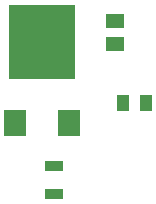
<source format=gtp>
G04*
G04 #@! TF.GenerationSoftware,Altium Limited,Altium Designer,20.0.10 (225)*
G04*
G04 Layer_Color=8421504*
%FSLAX25Y25*%
%MOIN*%
G70*
G01*
G75*
%ADD14R,0.21900X0.24800*%
%ADD15R,0.07300X0.08500*%
%ADD16R,0.05906X0.05118*%
%ADD17R,0.03976X0.05787*%
%ADD18R,0.06102X0.03740*%
D14*
X113500Y61475D02*
D03*
D15*
X122500Y34375D02*
D03*
X104500D02*
D03*
D16*
X138000Y68240D02*
D03*
Y60760D02*
D03*
D17*
X148358Y41000D02*
D03*
X140642D02*
D03*
D18*
X117500Y10874D02*
D03*
Y20126D02*
D03*
M02*

</source>
